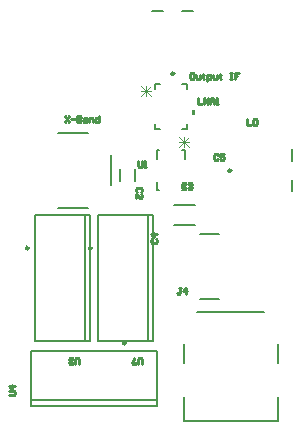
<source format=gto>
G04*
G04 #@! TF.GenerationSoftware,Altium Limited,Altium Designer,24.1.2 (44)*
G04*
G04 Layer_Color=65535*
%FSLAX44Y44*%
%MOMM*%
G71*
G04*
G04 #@! TF.SameCoordinates,CE4EC833-A4B3-435F-913A-33A71637FA1F*
G04*
G04*
G04 #@! TF.FilePolarity,Positive*
G04*
G01*
G75*
%ADD10C,0.2500*%
%ADD11C,0.2000*%
%ADD12C,0.1524*%
%ADD13C,0.2540*%
%ADD14C,0.0762*%
G36*
X708914Y1040003D02*
X711454D01*
Y1036193D01*
X708914D01*
Y1040003D01*
D02*
G37*
D10*
X693900Y1070940D02*
G03*
X693900Y1070940I-1250J0D01*
G01*
X623950Y923290D02*
G03*
X623950Y923290I-1250J0D01*
G01*
X652760Y842880D02*
G03*
X652760Y842880I-1250J0D01*
G01*
X741990Y988830D02*
G03*
X741990Y988830I-1250J0D01*
G01*
X570610Y923290D02*
G03*
X570610Y923290I-1250J0D01*
G01*
D11*
X700150Y1123890D02*
X709600D01*
X674700D02*
X684150D01*
X671200Y844390D02*
Y951390D01*
X676200Y844390D02*
Y951390D01*
X629200Y844390D02*
Y951390D01*
X676200D01*
X629200Y844390D02*
X676200D01*
X693613Y942700D02*
X711113D01*
X693560Y959730D02*
X711060D01*
X781680Y825960D02*
Y841960D01*
Y776461D02*
Y796962D01*
X701680Y776461D02*
Y796962D01*
Y825960D02*
Y841960D01*
X713180Y869460D02*
X770180Y869461D01*
X701680Y776461D02*
X781680D01*
X647550Y980080D02*
Y990580D01*
X660550Y980080D02*
Y990580D01*
X715281Y935566D02*
X731268D01*
X715281Y880534D02*
X731268D01*
X595690Y957580D02*
X620970D01*
X640080Y976690D02*
Y1001970D01*
X595690Y1021080D02*
X620970D01*
X572610Y794380D02*
X679610D01*
X572610Y789380D02*
X679610D01*
X572610Y836380D02*
X679610D01*
Y789380D02*
Y836380D01*
X572610Y789380D02*
Y836380D01*
X793690Y971880D02*
Y981330D01*
Y997330D02*
Y1006780D01*
X617860Y844390D02*
Y951390D01*
X622860Y844390D02*
Y951390D01*
X575860Y844390D02*
Y951390D01*
X622860D01*
X575860Y844390D02*
X622860D01*
D12*
X704596Y1057681D02*
Y1061974D01*
X700303Y1024382D02*
X704596D01*
X677164D02*
Y1028675D01*
Y1057681D02*
Y1061974D01*
X700303D02*
X704596D01*
Y1024382D02*
Y1028675D01*
X677164Y1024382D02*
X681457D01*
X677164Y1061974D02*
X681457D01*
X702691Y972566D02*
Y979604D01*
X679069Y972566D02*
X681154D01*
X679069Y999056D02*
Y1006094D01*
X700606D02*
X702691D01*
X679069Y972566D02*
Y979604D01*
X700606Y972566D02*
X702691D01*
Y999056D02*
Y1006094D01*
X679069D02*
X681154D01*
D13*
X709513Y1071456D02*
X707820D01*
X706973Y1070609D01*
Y1067224D01*
X707820Y1066377D01*
X709513D01*
X710359Y1067224D01*
Y1070609D01*
X709513Y1071456D01*
X712052Y1069763D02*
Y1067224D01*
X712898Y1066377D01*
X715437D01*
Y1069763D01*
X717977Y1070609D02*
Y1069763D01*
X717130D01*
X718823D01*
X717977D01*
Y1067224D01*
X718823Y1066377D01*
X721362Y1064684D02*
Y1069763D01*
X723901D01*
X724748Y1068916D01*
Y1067224D01*
X723901Y1066377D01*
X721362D01*
X726440Y1069763D02*
Y1067224D01*
X727287Y1066377D01*
X729826D01*
Y1069763D01*
X732365Y1070609D02*
Y1069763D01*
X731519D01*
X733212D01*
X732365D01*
Y1067224D01*
X733212Y1066377D01*
X740829Y1071456D02*
X742522D01*
X741675D01*
Y1066377D01*
X740829D01*
X742522D01*
X748447Y1071456D02*
X745061D01*
Y1068916D01*
X746754D01*
X745061D01*
Y1066377D01*
X666541Y825376D02*
Y829608D01*
X665695Y830455D01*
X664002D01*
X663156Y829608D01*
Y825376D01*
X661463Y826223D02*
X660616Y825376D01*
X658923D01*
X658077Y826223D01*
Y827069D01*
X659770Y828762D01*
Y829608D02*
Y830455D01*
X703618Y977685D02*
X702772Y978532D01*
X701079D01*
X700233Y977685D01*
Y974300D01*
X701079Y973453D01*
X702772D01*
X703618Y974300D01*
X705311Y977685D02*
X706158Y978532D01*
X707850D01*
X708697Y977685D01*
Y976839D01*
X707850Y975993D01*
X707004D01*
X707850D01*
X708697Y975146D01*
Y974300D01*
X707850Y973453D01*
X706158D01*
X705311Y974300D01*
X699809Y889378D02*
X698116D01*
X698962D01*
Y885146D01*
X698116Y884299D01*
X697269D01*
X696423Y885146D01*
X704041Y884299D02*
Y889378D01*
X701501Y886839D01*
X704887D01*
X714166Y1050289D02*
Y1045211D01*
X717552D01*
X719244D02*
Y1050289D01*
X722630Y1045211D01*
Y1050289D01*
X724323Y1045211D02*
Y1048596D01*
X726016Y1050289D01*
X727708Y1048596D01*
Y1045211D01*
Y1047750D01*
X724323D01*
X729401Y1045211D02*
X731094D01*
X730247D01*
Y1050289D01*
X729401Y1049443D01*
X663364Y996949D02*
Y992717D01*
X664211Y991871D01*
X665904D01*
X666750Y992717D01*
Y996949D01*
X668443Y991871D02*
X670136D01*
X669289D01*
Y996949D01*
X668443Y996103D01*
X665903Y971126D02*
X666749Y971973D01*
Y973665D01*
X665903Y974512D01*
X662517D01*
X661671Y973665D01*
Y971973D01*
X662517Y971126D01*
X661671Y966048D02*
Y969434D01*
X665056Y966048D01*
X665903D01*
X666749Y966894D01*
Y968587D01*
X665903Y969434D01*
X675236Y931334D02*
X674390Y930487D01*
Y928794D01*
X675236Y927948D01*
X678622D01*
X679468Y928794D01*
Y930487D01*
X678622Y931334D01*
X679468Y935566D02*
X674390D01*
X676929Y933026D01*
Y936412D01*
X601561Y1035049D02*
X604947Y1029971D01*
Y1035049D02*
X601561Y1029971D01*
X606640Y1032510D02*
X610025D01*
X611718Y1035049D02*
Y1029971D01*
X614257D01*
X615104Y1030817D01*
Y1031664D01*
X614257Y1032510D01*
X611718D01*
X614257D01*
X615104Y1033356D01*
Y1034203D01*
X614257Y1035049D01*
X611718D01*
X617643Y1033356D02*
X619336D01*
X620182Y1032510D01*
Y1029971D01*
X617643D01*
X616796Y1030817D01*
X617643Y1031664D01*
X620182D01*
X621875Y1029971D02*
Y1033356D01*
X624414D01*
X625260Y1032510D01*
Y1029971D01*
X630339Y1035049D02*
Y1029971D01*
X627799D01*
X626953Y1030817D01*
Y1032510D01*
X627799Y1033356D01*
X630339D01*
X730674Y1002453D02*
X729827Y1003299D01*
X728135D01*
X727288Y1002453D01*
Y999067D01*
X728135Y998221D01*
X729827D01*
X730674Y999067D01*
X735752Y1003299D02*
X732366D01*
Y1000760D01*
X734059Y1001606D01*
X734906D01*
X735752Y1000760D01*
Y999067D01*
X734906Y998221D01*
X733213D01*
X732366Y999067D01*
X553596Y799039D02*
X557828D01*
X558675Y799885D01*
Y801578D01*
X557828Y802424D01*
X553596D01*
X558675Y806656D02*
X553596D01*
X556135Y804117D01*
Y807503D01*
X755228Y1032509D02*
Y1027431D01*
X758614D01*
X762846Y1032509D02*
X761153D01*
X760306Y1031663D01*
Y1028277D01*
X761153Y1027431D01*
X762846D01*
X763692Y1028277D01*
Y1031663D01*
X762846Y1032509D01*
X613201Y825376D02*
Y829608D01*
X612355Y830455D01*
X610662D01*
X609815Y829608D01*
Y825376D01*
X608123Y826223D02*
X607276Y825376D01*
X605583D01*
X604737Y826223D01*
Y827069D01*
X605583Y827915D01*
X606430D01*
X605583D01*
X604737Y828762D01*
Y829608D01*
X605583Y830455D01*
X607276D01*
X608123Y829608D01*
D14*
X665861Y1060108D02*
X674325Y1051644D01*
X665861D02*
X674325Y1060108D01*
X665861Y1055876D02*
X674325D01*
X670093Y1051644D02*
Y1060108D01*
X706422Y1017397D02*
X697958Y1008933D01*
Y1017397D02*
X706422Y1008933D01*
X702190Y1017397D02*
Y1008933D01*
X697958Y1013165D02*
X706422D01*
M02*

</source>
